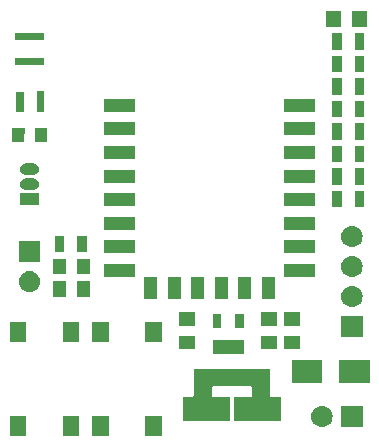
<source format=gbr>
G04 #@! TF.GenerationSoftware,KiCad,Pcbnew,(5.1.0)-1*
G04 #@! TF.CreationDate,2019-04-09T15:11:00+02:00*
G04 #@! TF.ProjectId,WiFi Environment Sensor Node,57694669-2045-46e7-9669-726f6e6d656e,rev?*
G04 #@! TF.SameCoordinates,Original*
G04 #@! TF.FileFunction,Soldermask,Top*
G04 #@! TF.FilePolarity,Negative*
%FSLAX46Y46*%
G04 Gerber Fmt 4.6, Leading zero omitted, Abs format (unit mm)*
G04 Created by KiCad (PCBNEW (5.1.0)-1) date 2019-04-09 15:11:00*
%MOMM*%
%LPD*%
G04 APERTURE LIST*
%ADD10C,0.100000*%
G04 APERTURE END LIST*
D10*
G36*
X115291000Y-116566000D02*
G01*
X113889000Y-116566000D01*
X113889000Y-114914000D01*
X115291000Y-114914000D01*
X115291000Y-116566000D01*
X115291000Y-116566000D01*
G37*
G36*
X122276000Y-116566000D02*
G01*
X120874000Y-116566000D01*
X120874000Y-114914000D01*
X122276000Y-114914000D01*
X122276000Y-116566000D01*
X122276000Y-116566000D01*
G37*
G36*
X126776000Y-116566000D02*
G01*
X125374000Y-116566000D01*
X125374000Y-114914000D01*
X126776000Y-114914000D01*
X126776000Y-116566000D01*
X126776000Y-116566000D01*
G37*
G36*
X119791000Y-116566000D02*
G01*
X118389000Y-116566000D01*
X118389000Y-114914000D01*
X119791000Y-114914000D01*
X119791000Y-116566000D01*
X119791000Y-116566000D01*
G37*
G36*
X143776000Y-115836000D02*
G01*
X141974000Y-115836000D01*
X141974000Y-114034000D01*
X143776000Y-114034000D01*
X143776000Y-115836000D01*
X143776000Y-115836000D01*
G37*
G36*
X140445442Y-114040518D02*
G01*
X140511627Y-114047037D01*
X140681466Y-114098557D01*
X140837991Y-114182222D01*
X140873729Y-114211552D01*
X140975186Y-114294814D01*
X141058448Y-114396271D01*
X141087778Y-114432009D01*
X141171443Y-114588534D01*
X141222963Y-114758373D01*
X141240359Y-114935000D01*
X141222963Y-115111627D01*
X141171443Y-115281466D01*
X141087778Y-115437991D01*
X141058448Y-115473729D01*
X140975186Y-115575186D01*
X140873729Y-115658448D01*
X140837991Y-115687778D01*
X140681466Y-115771443D01*
X140511627Y-115822963D01*
X140445443Y-115829481D01*
X140379260Y-115836000D01*
X140290740Y-115836000D01*
X140224557Y-115829481D01*
X140158373Y-115822963D01*
X139988534Y-115771443D01*
X139832009Y-115687778D01*
X139796271Y-115658448D01*
X139694814Y-115575186D01*
X139611552Y-115473729D01*
X139582222Y-115437991D01*
X139498557Y-115281466D01*
X139447037Y-115111627D01*
X139429641Y-114935000D01*
X139447037Y-114758373D01*
X139498557Y-114588534D01*
X139582222Y-114432009D01*
X139611552Y-114396271D01*
X139694814Y-114294814D01*
X139796271Y-114211552D01*
X139832009Y-114182222D01*
X139988534Y-114098557D01*
X140158373Y-114047037D01*
X140224558Y-114040518D01*
X140290740Y-114034000D01*
X140379260Y-114034000D01*
X140445442Y-114040518D01*
X140445442Y-114040518D01*
G37*
G36*
X135966000Y-113174001D02*
G01*
X135968402Y-113198387D01*
X135975515Y-113221836D01*
X135987066Y-113243447D01*
X136002611Y-113262389D01*
X136021553Y-113277934D01*
X136043164Y-113289485D01*
X136066613Y-113296598D01*
X136090999Y-113299000D01*
X136863500Y-113299000D01*
X136863500Y-115301000D01*
X132916500Y-115301000D01*
X132916500Y-113299000D01*
X134264001Y-113299000D01*
X134288387Y-113296598D01*
X134311836Y-113289485D01*
X134333447Y-113277934D01*
X134352389Y-113262389D01*
X134367934Y-113243447D01*
X134379485Y-113221836D01*
X134386598Y-113198387D01*
X134389000Y-113174001D01*
X134389000Y-112505999D01*
X134386598Y-112481613D01*
X134379485Y-112458164D01*
X134367934Y-112436553D01*
X134352389Y-112417611D01*
X134333447Y-112402066D01*
X134311836Y-112390515D01*
X134288387Y-112383402D01*
X134264001Y-112381000D01*
X131165999Y-112381000D01*
X131141613Y-112383402D01*
X131118164Y-112390515D01*
X131096553Y-112402066D01*
X131077611Y-112417611D01*
X131062066Y-112436553D01*
X131050515Y-112458164D01*
X131043402Y-112481613D01*
X131041000Y-112505999D01*
X131041000Y-113174001D01*
X131043402Y-113198387D01*
X131050515Y-113221836D01*
X131062066Y-113243447D01*
X131077611Y-113262389D01*
X131096553Y-113277934D01*
X131118164Y-113289485D01*
X131141613Y-113296598D01*
X131165999Y-113299000D01*
X132513500Y-113299000D01*
X132513500Y-115301000D01*
X128566500Y-115301000D01*
X128566500Y-113299000D01*
X129339001Y-113299000D01*
X129363387Y-113296598D01*
X129386836Y-113289485D01*
X129408447Y-113277934D01*
X129427389Y-113262389D01*
X129442934Y-113243447D01*
X129454485Y-113221836D01*
X129461598Y-113198387D01*
X129464000Y-113174001D01*
X129464000Y-110899000D01*
X135966000Y-110899000D01*
X135966000Y-113174001D01*
X135966000Y-113174001D01*
G37*
G36*
X144366000Y-112076000D02*
G01*
X141764000Y-112076000D01*
X141764000Y-110174000D01*
X144366000Y-110174000D01*
X144366000Y-112076000D01*
X144366000Y-112076000D01*
G37*
G36*
X140366000Y-112076000D02*
G01*
X137764000Y-112076000D01*
X137764000Y-110174000D01*
X140366000Y-110174000D01*
X140366000Y-112076000D01*
X140366000Y-112076000D01*
G37*
G36*
X133721000Y-109631000D02*
G01*
X131069000Y-109631000D01*
X131069000Y-108469000D01*
X133721000Y-108469000D01*
X133721000Y-109631000D01*
X133721000Y-109631000D01*
G37*
G36*
X129581000Y-109231000D02*
G01*
X128229000Y-109231000D01*
X128229000Y-108129000D01*
X129581000Y-108129000D01*
X129581000Y-109231000D01*
X129581000Y-109231000D01*
G37*
G36*
X138471000Y-109231000D02*
G01*
X137119000Y-109231000D01*
X137119000Y-108129000D01*
X138471000Y-108129000D01*
X138471000Y-109231000D01*
X138471000Y-109231000D01*
G37*
G36*
X136566000Y-109231000D02*
G01*
X135214000Y-109231000D01*
X135214000Y-108129000D01*
X136566000Y-108129000D01*
X136566000Y-109231000D01*
X136566000Y-109231000D01*
G37*
G36*
X115291000Y-108606000D02*
G01*
X113889000Y-108606000D01*
X113889000Y-106954000D01*
X115291000Y-106954000D01*
X115291000Y-108606000D01*
X115291000Y-108606000D01*
G37*
G36*
X126776000Y-108606000D02*
G01*
X125374000Y-108606000D01*
X125374000Y-106954000D01*
X126776000Y-106954000D01*
X126776000Y-108606000D01*
X126776000Y-108606000D01*
G37*
G36*
X122276000Y-108606000D02*
G01*
X120874000Y-108606000D01*
X120874000Y-106954000D01*
X122276000Y-106954000D01*
X122276000Y-108606000D01*
X122276000Y-108606000D01*
G37*
G36*
X119791000Y-108606000D02*
G01*
X118389000Y-108606000D01*
X118389000Y-106954000D01*
X119791000Y-106954000D01*
X119791000Y-108606000D01*
X119791000Y-108606000D01*
G37*
G36*
X143776000Y-108216000D02*
G01*
X141974000Y-108216000D01*
X141974000Y-106414000D01*
X143776000Y-106414000D01*
X143776000Y-108216000D01*
X143776000Y-108216000D01*
G37*
G36*
X133721000Y-107431000D02*
G01*
X132969000Y-107431000D01*
X132969000Y-106269000D01*
X133721000Y-106269000D01*
X133721000Y-107431000D01*
X133721000Y-107431000D01*
G37*
G36*
X131821000Y-107431000D02*
G01*
X131069000Y-107431000D01*
X131069000Y-106269000D01*
X131821000Y-106269000D01*
X131821000Y-107431000D01*
X131821000Y-107431000D01*
G37*
G36*
X129581000Y-107231000D02*
G01*
X128229000Y-107231000D01*
X128229000Y-106129000D01*
X129581000Y-106129000D01*
X129581000Y-107231000D01*
X129581000Y-107231000D01*
G37*
G36*
X138471000Y-107231000D02*
G01*
X137119000Y-107231000D01*
X137119000Y-106129000D01*
X138471000Y-106129000D01*
X138471000Y-107231000D01*
X138471000Y-107231000D01*
G37*
G36*
X136566000Y-107231000D02*
G01*
X135214000Y-107231000D01*
X135214000Y-106129000D01*
X136566000Y-106129000D01*
X136566000Y-107231000D01*
X136566000Y-107231000D01*
G37*
G36*
X142985443Y-103880519D02*
G01*
X143051627Y-103887037D01*
X143221466Y-103938557D01*
X143377991Y-104022222D01*
X143413729Y-104051552D01*
X143515186Y-104134814D01*
X143598448Y-104236271D01*
X143627778Y-104272009D01*
X143711443Y-104428534D01*
X143762963Y-104598373D01*
X143780359Y-104775000D01*
X143762963Y-104951627D01*
X143711443Y-105121466D01*
X143627778Y-105277991D01*
X143598448Y-105313729D01*
X143515186Y-105415186D01*
X143413729Y-105498448D01*
X143377991Y-105527778D01*
X143221466Y-105611443D01*
X143051627Y-105662963D01*
X142985443Y-105669481D01*
X142919260Y-105676000D01*
X142830740Y-105676000D01*
X142764557Y-105669481D01*
X142698373Y-105662963D01*
X142528534Y-105611443D01*
X142372009Y-105527778D01*
X142336271Y-105498448D01*
X142234814Y-105415186D01*
X142151552Y-105313729D01*
X142122222Y-105277991D01*
X142038557Y-105121466D01*
X141987037Y-104951627D01*
X141969641Y-104775000D01*
X141987037Y-104598373D01*
X142038557Y-104428534D01*
X142122222Y-104272009D01*
X142151552Y-104236271D01*
X142234814Y-104134814D01*
X142336271Y-104051552D01*
X142372009Y-104022222D01*
X142528534Y-103938557D01*
X142698373Y-103887037D01*
X142764557Y-103880519D01*
X142830740Y-103874000D01*
X142919260Y-103874000D01*
X142985443Y-103880519D01*
X142985443Y-103880519D01*
G37*
G36*
X136361000Y-105026000D02*
G01*
X135259000Y-105026000D01*
X135259000Y-103124000D01*
X136361000Y-103124000D01*
X136361000Y-105026000D01*
X136361000Y-105026000D01*
G37*
G36*
X126361000Y-105026000D02*
G01*
X125259000Y-105026000D01*
X125259000Y-103124000D01*
X126361000Y-103124000D01*
X126361000Y-105026000D01*
X126361000Y-105026000D01*
G37*
G36*
X128361000Y-105026000D02*
G01*
X127259000Y-105026000D01*
X127259000Y-103124000D01*
X128361000Y-103124000D01*
X128361000Y-105026000D01*
X128361000Y-105026000D01*
G37*
G36*
X130361000Y-105026000D02*
G01*
X129259000Y-105026000D01*
X129259000Y-103124000D01*
X130361000Y-103124000D01*
X130361000Y-105026000D01*
X130361000Y-105026000D01*
G37*
G36*
X132361000Y-105026000D02*
G01*
X131259000Y-105026000D01*
X131259000Y-103124000D01*
X132361000Y-103124000D01*
X132361000Y-105026000D01*
X132361000Y-105026000D01*
G37*
G36*
X134361000Y-105026000D02*
G01*
X133259000Y-105026000D01*
X133259000Y-103124000D01*
X134361000Y-103124000D01*
X134361000Y-105026000D01*
X134361000Y-105026000D01*
G37*
G36*
X120661000Y-104816000D02*
G01*
X119559000Y-104816000D01*
X119559000Y-103464000D01*
X120661000Y-103464000D01*
X120661000Y-104816000D01*
X120661000Y-104816000D01*
G37*
G36*
X118661000Y-104816000D02*
G01*
X117559000Y-104816000D01*
X117559000Y-103464000D01*
X118661000Y-103464000D01*
X118661000Y-104816000D01*
X118661000Y-104816000D01*
G37*
G36*
X115680442Y-102610518D02*
G01*
X115746627Y-102617037D01*
X115916466Y-102668557D01*
X116072991Y-102752222D01*
X116108729Y-102781552D01*
X116210186Y-102864814D01*
X116293448Y-102966271D01*
X116322778Y-103002009D01*
X116406443Y-103158534D01*
X116457963Y-103328373D01*
X116475359Y-103505000D01*
X116457963Y-103681627D01*
X116406443Y-103851466D01*
X116322778Y-104007991D01*
X116293448Y-104043729D01*
X116210186Y-104145186D01*
X116108729Y-104228448D01*
X116072991Y-104257778D01*
X115916466Y-104341443D01*
X115746627Y-104392963D01*
X115680442Y-104399482D01*
X115614260Y-104406000D01*
X115525740Y-104406000D01*
X115459558Y-104399482D01*
X115393373Y-104392963D01*
X115223534Y-104341443D01*
X115067009Y-104257778D01*
X115031271Y-104228448D01*
X114929814Y-104145186D01*
X114846552Y-104043729D01*
X114817222Y-104007991D01*
X114733557Y-103851466D01*
X114682037Y-103681627D01*
X114664641Y-103505000D01*
X114682037Y-103328373D01*
X114733557Y-103158534D01*
X114817222Y-103002009D01*
X114846552Y-102966271D01*
X114929814Y-102864814D01*
X115031271Y-102781552D01*
X115067009Y-102752222D01*
X115223534Y-102668557D01*
X115393373Y-102617037D01*
X115459558Y-102610518D01*
X115525740Y-102604000D01*
X115614260Y-102604000D01*
X115680442Y-102610518D01*
X115680442Y-102610518D01*
G37*
G36*
X142985442Y-101340518D02*
G01*
X143051627Y-101347037D01*
X143221466Y-101398557D01*
X143377991Y-101482222D01*
X143413729Y-101511552D01*
X143515186Y-101594814D01*
X143598448Y-101696271D01*
X143627778Y-101732009D01*
X143711443Y-101888534D01*
X143762963Y-102058373D01*
X143780359Y-102235000D01*
X143762963Y-102411627D01*
X143711443Y-102581466D01*
X143627778Y-102737991D01*
X143598448Y-102773729D01*
X143515186Y-102875186D01*
X143413729Y-102958448D01*
X143377991Y-102987778D01*
X143221466Y-103071443D01*
X143051627Y-103122963D01*
X142985442Y-103129482D01*
X142919260Y-103136000D01*
X142830740Y-103136000D01*
X142764558Y-103129482D01*
X142698373Y-103122963D01*
X142528534Y-103071443D01*
X142372009Y-102987778D01*
X142336271Y-102958448D01*
X142234814Y-102875186D01*
X142151552Y-102773729D01*
X142122222Y-102737991D01*
X142038557Y-102581466D01*
X141987037Y-102411627D01*
X141969641Y-102235000D01*
X141987037Y-102058373D01*
X142038557Y-101888534D01*
X142122222Y-101732009D01*
X142151552Y-101696271D01*
X142234814Y-101594814D01*
X142336271Y-101511552D01*
X142372009Y-101482222D01*
X142528534Y-101398557D01*
X142698373Y-101347037D01*
X142764558Y-101340518D01*
X142830740Y-101334000D01*
X142919260Y-101334000D01*
X142985442Y-101340518D01*
X142985442Y-101340518D01*
G37*
G36*
X124511000Y-103126000D02*
G01*
X121909000Y-103126000D01*
X121909000Y-102024000D01*
X124511000Y-102024000D01*
X124511000Y-103126000D01*
X124511000Y-103126000D01*
G37*
G36*
X139711000Y-103126000D02*
G01*
X137109000Y-103126000D01*
X137109000Y-102024000D01*
X139711000Y-102024000D01*
X139711000Y-103126000D01*
X139711000Y-103126000D01*
G37*
G36*
X120661000Y-102911000D02*
G01*
X119559000Y-102911000D01*
X119559000Y-101559000D01*
X120661000Y-101559000D01*
X120661000Y-102911000D01*
X120661000Y-102911000D01*
G37*
G36*
X118661000Y-102911000D02*
G01*
X117559000Y-102911000D01*
X117559000Y-101559000D01*
X118661000Y-101559000D01*
X118661000Y-102911000D01*
X118661000Y-102911000D01*
G37*
G36*
X116471000Y-101866000D02*
G01*
X114669000Y-101866000D01*
X114669000Y-100064000D01*
X116471000Y-100064000D01*
X116471000Y-101866000D01*
X116471000Y-101866000D01*
G37*
G36*
X124511000Y-101126000D02*
G01*
X121909000Y-101126000D01*
X121909000Y-100024000D01*
X124511000Y-100024000D01*
X124511000Y-101126000D01*
X124511000Y-101126000D01*
G37*
G36*
X139711000Y-101126000D02*
G01*
X137109000Y-101126000D01*
X137109000Y-100024000D01*
X139711000Y-100024000D01*
X139711000Y-101126000D01*
X139711000Y-101126000D01*
G37*
G36*
X118511000Y-101031000D02*
G01*
X117709000Y-101031000D01*
X117709000Y-99629000D01*
X118511000Y-99629000D01*
X118511000Y-101031000D01*
X118511000Y-101031000D01*
G37*
G36*
X120411000Y-101031000D02*
G01*
X119609000Y-101031000D01*
X119609000Y-99629000D01*
X120411000Y-99629000D01*
X120411000Y-101031000D01*
X120411000Y-101031000D01*
G37*
G36*
X142985443Y-98800519D02*
G01*
X143051627Y-98807037D01*
X143221466Y-98858557D01*
X143377991Y-98942222D01*
X143413729Y-98971552D01*
X143515186Y-99054814D01*
X143598448Y-99156271D01*
X143627778Y-99192009D01*
X143711443Y-99348534D01*
X143762963Y-99518373D01*
X143780359Y-99695000D01*
X143762963Y-99871627D01*
X143711443Y-100041466D01*
X143627778Y-100197991D01*
X143598448Y-100233729D01*
X143515186Y-100335186D01*
X143413729Y-100418448D01*
X143377991Y-100447778D01*
X143221466Y-100531443D01*
X143051627Y-100582963D01*
X142985443Y-100589481D01*
X142919260Y-100596000D01*
X142830740Y-100596000D01*
X142764557Y-100589481D01*
X142698373Y-100582963D01*
X142528534Y-100531443D01*
X142372009Y-100447778D01*
X142336271Y-100418448D01*
X142234814Y-100335186D01*
X142151552Y-100233729D01*
X142122222Y-100197991D01*
X142038557Y-100041466D01*
X141987037Y-99871627D01*
X141969641Y-99695000D01*
X141987037Y-99518373D01*
X142038557Y-99348534D01*
X142122222Y-99192009D01*
X142151552Y-99156271D01*
X142234814Y-99054814D01*
X142336271Y-98971552D01*
X142372009Y-98942222D01*
X142528534Y-98858557D01*
X142698373Y-98807037D01*
X142764557Y-98800519D01*
X142830740Y-98794000D01*
X142919260Y-98794000D01*
X142985443Y-98800519D01*
X142985443Y-98800519D01*
G37*
G36*
X124511000Y-99126000D02*
G01*
X121909000Y-99126000D01*
X121909000Y-98024000D01*
X124511000Y-98024000D01*
X124511000Y-99126000D01*
X124511000Y-99126000D01*
G37*
G36*
X139711000Y-99126000D02*
G01*
X137109000Y-99126000D01*
X137109000Y-98024000D01*
X139711000Y-98024000D01*
X139711000Y-99126000D01*
X139711000Y-99126000D01*
G37*
G36*
X143906000Y-97221000D02*
G01*
X143104000Y-97221000D01*
X143104000Y-95819000D01*
X143906000Y-95819000D01*
X143906000Y-97221000D01*
X143906000Y-97221000D01*
G37*
G36*
X142006000Y-97221000D02*
G01*
X141204000Y-97221000D01*
X141204000Y-95819000D01*
X142006000Y-95819000D01*
X142006000Y-97221000D01*
X142006000Y-97221000D01*
G37*
G36*
X139711000Y-97126000D02*
G01*
X137109000Y-97126000D01*
X137109000Y-96024000D01*
X139711000Y-96024000D01*
X139711000Y-97126000D01*
X139711000Y-97126000D01*
G37*
G36*
X124511000Y-97126000D02*
G01*
X121909000Y-97126000D01*
X121909000Y-96024000D01*
X124511000Y-96024000D01*
X124511000Y-97126000D01*
X124511000Y-97126000D01*
G37*
G36*
X116371000Y-97021000D02*
G01*
X114769000Y-97021000D01*
X114769000Y-96019000D01*
X116371000Y-96019000D01*
X116371000Y-97021000D01*
X116371000Y-97021000D01*
G37*
G36*
X115968213Y-94756249D02*
G01*
X116062652Y-94784897D01*
X116149687Y-94831418D01*
X116225975Y-94894025D01*
X116288582Y-94970313D01*
X116335103Y-95057348D01*
X116363751Y-95151787D01*
X116373424Y-95250000D01*
X116363751Y-95348213D01*
X116335103Y-95442652D01*
X116288582Y-95529687D01*
X116225975Y-95605975D01*
X116149687Y-95668582D01*
X116062652Y-95715103D01*
X115968213Y-95743751D01*
X115894612Y-95751000D01*
X115245388Y-95751000D01*
X115171787Y-95743751D01*
X115077348Y-95715103D01*
X114990313Y-95668582D01*
X114914025Y-95605975D01*
X114851418Y-95529687D01*
X114804897Y-95442652D01*
X114776249Y-95348213D01*
X114766576Y-95250000D01*
X114776249Y-95151787D01*
X114804897Y-95057348D01*
X114851418Y-94970313D01*
X114914025Y-94894025D01*
X114990313Y-94831418D01*
X115077348Y-94784897D01*
X115171787Y-94756249D01*
X115245388Y-94749000D01*
X115894612Y-94749000D01*
X115968213Y-94756249D01*
X115968213Y-94756249D01*
G37*
G36*
X143906000Y-95316000D02*
G01*
X143104000Y-95316000D01*
X143104000Y-93914000D01*
X143906000Y-93914000D01*
X143906000Y-95316000D01*
X143906000Y-95316000D01*
G37*
G36*
X142006000Y-95316000D02*
G01*
X141204000Y-95316000D01*
X141204000Y-93914000D01*
X142006000Y-93914000D01*
X142006000Y-95316000D01*
X142006000Y-95316000D01*
G37*
G36*
X139711000Y-95126000D02*
G01*
X137109000Y-95126000D01*
X137109000Y-94024000D01*
X139711000Y-94024000D01*
X139711000Y-95126000D01*
X139711000Y-95126000D01*
G37*
G36*
X124511000Y-95126000D02*
G01*
X121909000Y-95126000D01*
X121909000Y-94024000D01*
X124511000Y-94024000D01*
X124511000Y-95126000D01*
X124511000Y-95126000D01*
G37*
G36*
X115968213Y-93486249D02*
G01*
X116062652Y-93514897D01*
X116149687Y-93561418D01*
X116225975Y-93624025D01*
X116288582Y-93700313D01*
X116335103Y-93787348D01*
X116363751Y-93881787D01*
X116373424Y-93980000D01*
X116363751Y-94078213D01*
X116335103Y-94172652D01*
X116288582Y-94259687D01*
X116225975Y-94335975D01*
X116149687Y-94398582D01*
X116062652Y-94445103D01*
X115968213Y-94473751D01*
X115894612Y-94481000D01*
X115245388Y-94481000D01*
X115171787Y-94473751D01*
X115077348Y-94445103D01*
X114990313Y-94398582D01*
X114914025Y-94335975D01*
X114851418Y-94259687D01*
X114804897Y-94172652D01*
X114776249Y-94078213D01*
X114766576Y-93980000D01*
X114776249Y-93881787D01*
X114804897Y-93787348D01*
X114851418Y-93700313D01*
X114914025Y-93624025D01*
X114990313Y-93561418D01*
X115077348Y-93514897D01*
X115171787Y-93486249D01*
X115245388Y-93479000D01*
X115894612Y-93479000D01*
X115968213Y-93486249D01*
X115968213Y-93486249D01*
G37*
G36*
X143906000Y-93411000D02*
G01*
X143104000Y-93411000D01*
X143104000Y-92009000D01*
X143906000Y-92009000D01*
X143906000Y-93411000D01*
X143906000Y-93411000D01*
G37*
G36*
X142006000Y-93411000D02*
G01*
X141204000Y-93411000D01*
X141204000Y-92009000D01*
X142006000Y-92009000D01*
X142006000Y-93411000D01*
X142006000Y-93411000D01*
G37*
G36*
X124511000Y-93126000D02*
G01*
X121909000Y-93126000D01*
X121909000Y-92024000D01*
X124511000Y-92024000D01*
X124511000Y-93126000D01*
X124511000Y-93126000D01*
G37*
G36*
X139711000Y-93126000D02*
G01*
X137109000Y-93126000D01*
X137109000Y-92024000D01*
X139711000Y-92024000D01*
X139711000Y-93126000D01*
X139711000Y-93126000D01*
G37*
G36*
X115221000Y-90968588D02*
G01*
X115198164Y-90975515D01*
X115176553Y-90987066D01*
X115157611Y-91002611D01*
X115142066Y-91021553D01*
X115130515Y-91043164D01*
X115123402Y-91066613D01*
X115121000Y-91090999D01*
X115121000Y-91666000D01*
X114119000Y-91666000D01*
X114119000Y-90514000D01*
X115221000Y-90514000D01*
X115221000Y-90968588D01*
X115221000Y-90968588D01*
G37*
G36*
X117021000Y-91666000D02*
G01*
X116019000Y-91666000D01*
X116019000Y-90514000D01*
X117021000Y-90514000D01*
X117021000Y-91666000D01*
X117021000Y-91666000D01*
G37*
G36*
X143906000Y-91506000D02*
G01*
X143104000Y-91506000D01*
X143104000Y-90104000D01*
X143906000Y-90104000D01*
X143906000Y-91506000D01*
X143906000Y-91506000D01*
G37*
G36*
X142006000Y-91506000D02*
G01*
X141204000Y-91506000D01*
X141204000Y-90104000D01*
X142006000Y-90104000D01*
X142006000Y-91506000D01*
X142006000Y-91506000D01*
G37*
G36*
X139711000Y-91126000D02*
G01*
X137109000Y-91126000D01*
X137109000Y-90024000D01*
X139711000Y-90024000D01*
X139711000Y-91126000D01*
X139711000Y-91126000D01*
G37*
G36*
X124511000Y-91126000D02*
G01*
X121909000Y-91126000D01*
X121909000Y-90024000D01*
X124511000Y-90024000D01*
X124511000Y-91126000D01*
X124511000Y-91126000D01*
G37*
G36*
X143911000Y-89601000D02*
G01*
X143109000Y-89601000D01*
X143109000Y-88199000D01*
X143911000Y-88199000D01*
X143911000Y-89601000D01*
X143911000Y-89601000D01*
G37*
G36*
X142011000Y-89601000D02*
G01*
X141209000Y-89601000D01*
X141209000Y-88199000D01*
X142011000Y-88199000D01*
X142011000Y-89601000D01*
X142011000Y-89601000D01*
G37*
G36*
X139711000Y-89126000D02*
G01*
X137109000Y-89126000D01*
X137109000Y-88024000D01*
X139711000Y-88024000D01*
X139711000Y-89126000D01*
X139711000Y-89126000D01*
G37*
G36*
X124511000Y-89126000D02*
G01*
X121909000Y-89126000D01*
X121909000Y-88024000D01*
X124511000Y-88024000D01*
X124511000Y-89126000D01*
X124511000Y-89126000D01*
G37*
G36*
X115071000Y-89116000D02*
G01*
X114419000Y-89116000D01*
X114419000Y-87464000D01*
X115071000Y-87464000D01*
X115071000Y-89116000D01*
X115071000Y-89116000D01*
G37*
G36*
X116821000Y-89116000D02*
G01*
X116169000Y-89116000D01*
X116169000Y-87414000D01*
X116821000Y-87414000D01*
X116821000Y-89116000D01*
X116821000Y-89116000D01*
G37*
G36*
X143911000Y-87696000D02*
G01*
X143109000Y-87696000D01*
X143109000Y-86294000D01*
X143911000Y-86294000D01*
X143911000Y-87696000D01*
X143911000Y-87696000D01*
G37*
G36*
X142011000Y-87696000D02*
G01*
X141209000Y-87696000D01*
X141209000Y-86294000D01*
X142011000Y-86294000D01*
X142011000Y-87696000D01*
X142011000Y-87696000D01*
G37*
G36*
X143911000Y-85791000D02*
G01*
X143109000Y-85791000D01*
X143109000Y-84389000D01*
X143911000Y-84389000D01*
X143911000Y-85791000D01*
X143911000Y-85791000D01*
G37*
G36*
X142011000Y-85791000D02*
G01*
X141209000Y-85791000D01*
X141209000Y-84389000D01*
X142011000Y-84389000D01*
X142011000Y-85791000D01*
X142011000Y-85791000D01*
G37*
G36*
X116771000Y-85146000D02*
G01*
X114369000Y-85146000D01*
X114369000Y-84544000D01*
X116771000Y-84544000D01*
X116771000Y-85146000D01*
X116771000Y-85146000D01*
G37*
G36*
X143911000Y-83886000D02*
G01*
X143109000Y-83886000D01*
X143109000Y-82484000D01*
X143911000Y-82484000D01*
X143911000Y-83886000D01*
X143911000Y-83886000D01*
G37*
G36*
X142011000Y-83886000D02*
G01*
X141209000Y-83886000D01*
X141209000Y-82484000D01*
X142011000Y-82484000D01*
X142011000Y-83886000D01*
X142011000Y-83886000D01*
G37*
G36*
X116771000Y-83096000D02*
G01*
X114369000Y-83096000D01*
X114369000Y-82494000D01*
X116771000Y-82494000D01*
X116771000Y-83096000D01*
X116771000Y-83096000D01*
G37*
G36*
X144161000Y-81931000D02*
G01*
X142859000Y-81931000D01*
X142859000Y-80629000D01*
X144161000Y-80629000D01*
X144161000Y-81931000D01*
X144161000Y-81931000D01*
G37*
G36*
X141961000Y-81931000D02*
G01*
X140659000Y-81931000D01*
X140659000Y-80629000D01*
X141961000Y-80629000D01*
X141961000Y-81931000D01*
X141961000Y-81931000D01*
G37*
M02*

</source>
